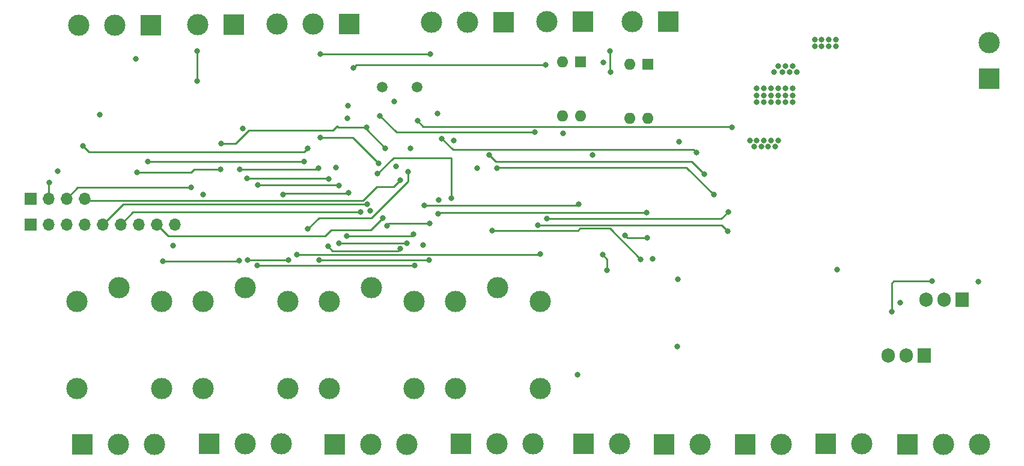
<source format=gbr>
%TF.GenerationSoftware,KiCad,Pcbnew,(6.0.6)*%
%TF.CreationDate,2022-07-22T23:00:37-04:00*%
%TF.ProjectId,Proyecto,50726f79-6563-4746-9f2e-6b696361645f,rev?*%
%TF.SameCoordinates,Original*%
%TF.FileFunction,Copper,L4,Bot*%
%TF.FilePolarity,Positive*%
%FSLAX46Y46*%
G04 Gerber Fmt 4.6, Leading zero omitted, Abs format (unit mm)*
G04 Created by KiCad (PCBNEW (6.0.6)) date 2022-07-22 23:00:37*
%MOMM*%
%LPD*%
G01*
G04 APERTURE LIST*
%TA.AperFunction,ComponentPad*%
%ADD10R,3.000000X3.000000*%
%TD*%
%TA.AperFunction,ComponentPad*%
%ADD11C,3.000000*%
%TD*%
%TA.AperFunction,ComponentPad*%
%ADD12R,1.905000X2.000000*%
%TD*%
%TA.AperFunction,ComponentPad*%
%ADD13O,1.905000X2.000000*%
%TD*%
%TA.AperFunction,ComponentPad*%
%ADD14R,1.700000X1.700000*%
%TD*%
%TA.AperFunction,ComponentPad*%
%ADD15O,1.700000X1.700000*%
%TD*%
%TA.AperFunction,ComponentPad*%
%ADD16C,1.500000*%
%TD*%
%TA.AperFunction,ComponentPad*%
%ADD17R,1.600000X1.600000*%
%TD*%
%TA.AperFunction,ComponentPad*%
%ADD18O,1.600000X1.600000*%
%TD*%
%TA.AperFunction,ViaPad*%
%ADD19C,0.800000*%
%TD*%
%TA.AperFunction,Conductor*%
%ADD20C,0.250000*%
%TD*%
G04 APERTURE END LIST*
D10*
%TO.P,J3,1,Pin_1*%
%TO.N,Net-(J3-Pad1)*%
X201776382Y-110475000D03*
D11*
%TO.P,J3,2,Pin_2*%
%TO.N,Net-(J3-Pad2)*%
X206856382Y-110475000D03*
%TO.P,J3,3,Pin_3*%
%TO.N,GND*%
X211936382Y-110475000D03*
%TD*%
D12*
%TO.P,Q1,1,G*%
%TO.N,Net-(Q1-Pad1)*%
X204156382Y-97950000D03*
D13*
%TO.P,Q1,2,D*%
%TO.N,Net-(J3-Pad1)*%
X201616382Y-97950000D03*
%TO.P,Q1,3,S*%
%TO.N,GND*%
X199076382Y-97950000D03*
%TD*%
D10*
%TO.P,J4,1,Pin_1*%
%TO.N,Net-(J4-Pad1)*%
X138876382Y-110425000D03*
D11*
%TO.P,J4,2,Pin_2*%
%TO.N,Net-(J4-Pad2)*%
X143956382Y-110425000D03*
%TO.P,J4,3,Pin_3*%
%TO.N,Net-(J4-Pad3)*%
X149036382Y-110425000D03*
%TD*%
D14*
%TO.P,J13,1,Pin_1*%
%TO.N,+5V*%
X78206382Y-75825000D03*
D15*
%TO.P,J13,2,Pin_2*%
%TO.N,GND*%
X80746382Y-75825000D03*
%TO.P,J13,3,Pin_3*%
%TO.N,SDA*%
X83286382Y-75825000D03*
%TO.P,J13,4,Pin_4*%
%TO.N,SCL*%
X85826382Y-75825000D03*
%TD*%
D10*
%TO.P,J5,1,Pin_1*%
%TO.N,GND*%
X123081382Y-51250000D03*
D11*
%TO.P,J5,2,Pin_2*%
%TO.N,+5V*%
X118001382Y-51250000D03*
%TO.P,J5,3,Pin_3*%
%TO.N,Net-(J5-Pad3)*%
X112921382Y-51250000D03*
%TD*%
D10*
%TO.P,J15,1,Pin_1*%
%TO.N,Net-(J15-Pad1)*%
X156166382Y-110425000D03*
D11*
%TO.P,J15,2,Pin_2*%
%TO.N,+12V*%
X161246382Y-110425000D03*
%TD*%
D10*
%TO.P,J2,1,Pin_1*%
%TO.N,Net-(J2-Pad1)*%
X85551382Y-110475000D03*
D11*
%TO.P,J2,2,Pin_2*%
%TO.N,Net-(J2-Pad2)*%
X90631382Y-110475000D03*
%TO.P,J2,3,Pin_3*%
%TO.N,Net-(J2-Pad3)*%
X95711382Y-110475000D03*
%TD*%
D10*
%TO.P,J9,1,Pin_1*%
%TO.N,GND*%
X95156382Y-51425000D03*
D11*
%TO.P,J9,2,Pin_2*%
%TO.N,+5V*%
X90076382Y-51425000D03*
%TO.P,J9,3,Pin_3*%
%TO.N,Net-(J9-Pad3)*%
X84996382Y-51425000D03*
%TD*%
D10*
%TO.P,J7,1,Pin_1*%
%TO.N,Net-(J7-Pad1)*%
X103401382Y-110425000D03*
D11*
%TO.P,J7,2,Pin_2*%
%TO.N,Net-(J7-Pad2)*%
X108481382Y-110425000D03*
%TO.P,J7,3,Pin_3*%
%TO.N,Net-(J7-Pad3)*%
X113561382Y-110425000D03*
%TD*%
D12*
%TO.P,Q2,1,G*%
%TO.N,Net-(Q2-Pad1)*%
X209446382Y-90105000D03*
D13*
%TO.P,Q2,2,D*%
%TO.N,Net-(J3-Pad2)*%
X206906382Y-90105000D03*
%TO.P,Q2,3,S*%
%TO.N,GND*%
X204366382Y-90105000D03*
%TD*%
D11*
%TO.P,K2,11*%
%TO.N,Net-(J4-Pad2)*%
X144061382Y-88380000D03*
%TO.P,K2,12*%
%TO.N,Net-(J4-Pad3)*%
X150061382Y-102580000D03*
%TO.P,K2,14*%
%TO.N,Net-(J4-Pad1)*%
X138061382Y-102580000D03*
%TO.P,K2,A1*%
%TO.N,+12V*%
X138061382Y-90380000D03*
%TO.P,K2,A2*%
%TO.N,Net-(K2-PadA2)*%
X150061382Y-90380000D03*
%TD*%
%TO.P,K3,11*%
%TO.N,Net-(J6-Pad2)*%
X126281382Y-88380000D03*
%TO.P,K3,12*%
%TO.N,Net-(J6-Pad3)*%
X132281382Y-102580000D03*
%TO.P,K3,14*%
%TO.N,Net-(J6-Pad1)*%
X120281382Y-102580000D03*
%TO.P,K3,A1*%
%TO.N,+12V*%
X120281382Y-90380000D03*
%TO.P,K3,A2*%
%TO.N,Net-(K3-PadA2)*%
X132281382Y-90380000D03*
%TD*%
D10*
%TO.P,J16,1,Pin_1*%
%TO.N,Net-(J16-Pad1)*%
X168046382Y-50900000D03*
D11*
%TO.P,J16,2,Pin_2*%
%TO.N,+5V*%
X162966382Y-50900000D03*
%TD*%
%TO.P,K4,11*%
%TO.N,Net-(J7-Pad2)*%
X108501382Y-88380000D03*
%TO.P,K4,12*%
%TO.N,Net-(J7-Pad3)*%
X114501382Y-102580000D03*
%TO.P,K4,14*%
%TO.N,Net-(J7-Pad1)*%
X102501382Y-102580000D03*
%TO.P,K4,A1*%
%TO.N,+12V*%
X102501382Y-90380000D03*
%TO.P,K4,A2*%
%TO.N,Net-(K4-PadA2)*%
X114501382Y-90380000D03*
%TD*%
D10*
%TO.P,J17,1,Pin_1*%
%TO.N,Net-(J17-Pad1)*%
X156056382Y-50850000D03*
D11*
%TO.P,J17,2,Pin_2*%
%TO.N,+5V*%
X150976382Y-50850000D03*
%TD*%
D10*
%TO.P,J14,1,Pin_1*%
%TO.N,Net-(J14-Pad1)*%
X167466382Y-110475000D03*
D11*
%TO.P,J14,2,Pin_2*%
%TO.N,+12V*%
X172546382Y-110475000D03*
%TD*%
D10*
%TO.P,J11,1,Pin_1*%
%TO.N,Net-(J11-Pad1)*%
X190291382Y-110425000D03*
D11*
%TO.P,J11,2,Pin_2*%
%TO.N,+12V*%
X195371382Y-110425000D03*
%TD*%
D14*
%TO.P,J1,1,Pin_1*%
%TO.N,+5V*%
X78206382Y-79500000D03*
D15*
%TO.P,J1,2,Pin_2*%
%TO.N,GND*%
X80746382Y-79500000D03*
%TO.P,J1,3,Pin_3*%
%TO.N,SDA*%
X83286382Y-79500000D03*
%TO.P,J1,4,Pin_4*%
%TO.N,SCL*%
X85826382Y-79500000D03*
%TO.P,J1,5,Pin_5*%
%TO.N,RX*%
X88366382Y-79500000D03*
%TO.P,J1,6,Pin_6*%
%TO.N,TX*%
X90906382Y-79500000D03*
%TO.P,J1,7,Pin_7*%
%TO.N,Reset_pin*%
X93446382Y-79500000D03*
%TO.P,J1,8,Pin_8*%
%TO.N,BKGD_PIN*%
X95986382Y-79500000D03*
%TO.P,J1,9,Pin_9*%
%TO.N,GND*%
X98526382Y-79500000D03*
%TD*%
D16*
%TO.P,Y1,1,1*%
%TO.N,Net-(C9-Pad2)*%
X127781382Y-60100000D03*
%TO.P,Y1,2,2*%
%TO.N,Net-(C8-Pad2)*%
X132661382Y-60100000D03*
%TD*%
D11*
%TO.P,K1,11*%
%TO.N,Net-(J2-Pad2)*%
X90721382Y-88380000D03*
%TO.P,K1,12*%
%TO.N,Net-(J2-Pad3)*%
X96721382Y-102580000D03*
%TO.P,K1,14*%
%TO.N,Net-(J2-Pad1)*%
X84721382Y-102580000D03*
%TO.P,K1,A1*%
%TO.N,+12V*%
X84721382Y-90380000D03*
%TO.P,K1,A2*%
%TO.N,Net-(K1-PadA2)*%
X96721382Y-90380000D03*
%TD*%
D17*
%TO.P,U4,1*%
%TO.N,Net-(R5-Pad1)*%
X165231382Y-56925000D03*
D18*
%TO.P,U4,2*%
%TO.N,GND*%
X162691382Y-56925000D03*
%TO.P,U4,3*%
X162691382Y-64545000D03*
%TO.P,U4,4*%
%TO.N,Nivel_bajo*%
X165231382Y-64545000D03*
%TD*%
D10*
%TO.P,J18,1,Pin_1*%
%TO.N,Net-(J18-Pad1)*%
X106856382Y-51350000D03*
D11*
%TO.P,J18,2,Pin_2*%
%TO.N,+5V*%
X101776382Y-51350000D03*
%TD*%
D10*
%TO.P,J8,1,Pin_1*%
%TO.N,+12V*%
X213276382Y-58965000D03*
D11*
%TO.P,J8,2,Pin_2*%
%TO.N,GND*%
X213276382Y-53885000D03*
%TD*%
D10*
%TO.P,J10,1,Pin_1*%
%TO.N,GND*%
X144831382Y-50975000D03*
D11*
%TO.P,J10,2,Pin_2*%
%TO.N,+5V*%
X139751382Y-50975000D03*
%TO.P,J10,3,Pin_3*%
%TO.N,DHt11*%
X134671382Y-50975000D03*
%TD*%
D10*
%TO.P,J6,1,Pin_1*%
%TO.N,Net-(J6-Pad1)*%
X121101382Y-110475000D03*
D11*
%TO.P,J6,2,Pin_2*%
%TO.N,Net-(J6-Pad2)*%
X126181382Y-110475000D03*
%TO.P,J6,3,Pin_3*%
%TO.N,Net-(J6-Pad3)*%
X131261382Y-110475000D03*
%TD*%
D17*
%TO.P,U5,1*%
%TO.N,Net-(R6-Pad1)*%
X155706382Y-56600000D03*
D18*
%TO.P,U5,2*%
%TO.N,GND*%
X153166382Y-56600000D03*
%TO.P,U5,3*%
X153166382Y-64220000D03*
%TO.P,U5,4*%
%TO.N,Nivel_alto*%
X155706382Y-64220000D03*
%TD*%
D10*
%TO.P,J12,1,Pin_1*%
%TO.N,Net-(J12-Pad1)*%
X178941382Y-110475000D03*
D11*
%TO.P,J12,2,Pin_2*%
%TO.N,+12V*%
X184021382Y-110475000D03*
%TD*%
D19*
%TO.N,+12V*%
X191686382Y-54393000D03*
X191831382Y-85825000D03*
X169356382Y-96675000D03*
X191686373Y-53393011D03*
X200756382Y-90475000D03*
X188686373Y-53393011D03*
X190686373Y-53393011D03*
X190686373Y-54393011D03*
X188718373Y-54393011D03*
X189686373Y-54393011D03*
X189686373Y-53393011D03*
%TO.N,GND*%
X155306382Y-100675000D03*
X133506382Y-82425000D03*
X185158382Y-57987000D03*
X181556382Y-67675000D03*
X121281382Y-71475000D03*
X183556382Y-67675000D03*
X181156382Y-68475000D03*
X180156382Y-68475000D03*
X182556382Y-67675000D03*
X135731382Y-75996500D03*
X182156382Y-68475000D03*
X129481382Y-62150000D03*
X122831382Y-64500000D03*
X182958382Y-57987000D03*
X80856382Y-73600000D03*
X131706382Y-68775000D03*
X184558382Y-57187000D03*
X180556382Y-67675000D03*
X183558382Y-57187000D03*
X135581382Y-63800000D03*
X184158382Y-57987000D03*
X211781382Y-87525000D03*
X185558382Y-57187000D03*
X169431382Y-87225000D03*
X93031382Y-56175000D03*
X183156382Y-68475000D03*
X153281382Y-66625000D03*
X102556382Y-75300000D03*
X158906382Y-56675000D03*
X137806382Y-67650000D03*
X98281382Y-82500000D03*
X186158382Y-57987000D03*
X179556382Y-67675000D03*
%TO.N,+5V*%
X184556382Y-62275000D03*
X169631382Y-67825000D03*
X108131382Y-65925000D03*
X181556382Y-60275000D03*
X185556382Y-60275000D03*
X129755330Y-71286010D03*
X126106382Y-77550000D03*
X87981382Y-64050000D03*
X183556382Y-62275000D03*
X185556382Y-62275000D03*
X182556382Y-60275000D03*
X180556382Y-61275000D03*
X183556382Y-60275000D03*
X181556382Y-62275000D03*
X185556382Y-61275000D03*
X180556382Y-60275000D03*
X181556382Y-61275000D03*
X184556382Y-60275000D03*
X182556382Y-61275000D03*
X157431382Y-69725000D03*
X183556382Y-61275000D03*
X180556382Y-62275000D03*
X182556382Y-62275000D03*
X184556382Y-61275000D03*
X141146382Y-71510000D03*
X82081382Y-72000000D03*
X122956382Y-62750000D03*
%TO.N,PH*%
X85631382Y-68450000D03*
X117256382Y-68778500D03*
%TO.N,ldr*%
X116731382Y-70600000D03*
X94731382Y-70600000D03*
%TO.N,Nivel_bajo*%
X135631382Y-77975000D03*
X165031382Y-77825000D03*
%TO.N,Nivel_alto*%
X133706382Y-76775000D03*
X155481382Y-76625000D03*
%TO.N,Digital*%
X159456382Y-85950000D03*
X158831382Y-83750000D03*
X161994365Y-81062017D03*
X165081382Y-81350000D03*
%TO.N,Digital_1*%
X127131382Y-72325000D03*
X143281382Y-80375000D03*
X165881382Y-84350000D03*
X164206382Y-84375000D03*
X137506382Y-75800000D03*
%TO.N,TX*%
X124731382Y-77768000D03*
%TO.N,RX*%
X125681146Y-76586132D03*
%TO.N,SDA*%
X100881382Y-74250000D03*
X117306382Y-80125000D03*
X131406382Y-72075000D03*
%TO.N,SCL*%
X130281382Y-73275000D03*
%TO.N,BKGD_PIN*%
X127856382Y-78546500D03*
%TO.N,Rele1*%
X122756382Y-81100000D03*
X123056382Y-75050000D03*
X132206382Y-80875000D03*
X113756382Y-75300500D03*
%TO.N,Rele2*%
X121656382Y-73975000D03*
X131281382Y-82150000D03*
X110231382Y-73950000D03*
X121631382Y-82150000D03*
%TO.N,Rele3*%
X108731382Y-73000000D03*
X120206382Y-73100000D03*
X120131382Y-82575000D03*
X130281382Y-82928500D03*
%TO.N,Rele4*%
X134431382Y-79350000D03*
X118781382Y-71575000D03*
X128431382Y-79650000D03*
X134356382Y-84478500D03*
X107731382Y-71675000D03*
X118856382Y-84500000D03*
%TO.N,Aux2*%
X172056382Y-69350000D03*
X136169365Y-67378500D03*
%TO.N,Aux1*%
X173181382Y-72425000D03*
X142806382Y-69724500D03*
%TO.N,Bomba2*%
X143931382Y-71525000D03*
X174491382Y-75290000D03*
%TO.N,Bomba1*%
X177056382Y-65825000D03*
X132731382Y-64900000D03*
%TO.N,Reset_pin*%
X93206382Y-72125000D03*
X105081382Y-68050000D03*
X128231382Y-68775000D03*
X125527882Y-65750000D03*
X104981382Y-71675000D03*
%TO.N,luz a*%
X176531382Y-77725000D03*
X150806382Y-57000000D03*
X123706382Y-57400000D03*
X150981382Y-78700000D03*
%TO.N,luz b*%
X127456382Y-64200000D03*
X149256382Y-66502500D03*
X176480882Y-80424517D03*
X149656382Y-79550000D03*
%TO.N,DHt11*%
X127256382Y-70875000D03*
X134531382Y-55500000D03*
X119006382Y-67200000D03*
X119081382Y-55500000D03*
X127256382Y-70875000D03*
%TO.N,Net-(J17-Pad1)*%
X159931382Y-57975000D03*
X159881382Y-55025000D03*
%TO.N,Net-(J18-Pad1)*%
X101656382Y-59300000D03*
X101656382Y-55000000D03*
%TO.N,Net-(K1-PadA2)*%
X96881382Y-84650000D03*
X107581382Y-84575000D03*
%TO.N,Net-(K2-PadA2)*%
X115781382Y-83700000D03*
X150061382Y-83695000D03*
%TO.N,Net-(K3-PadA2)*%
X132381382Y-85300000D03*
X110131382Y-85249500D03*
%TO.N,Net-(K4-PadA2)*%
X114531382Y-84500000D03*
X108831382Y-84525000D03*
%TO.N,Net-(U2-Pad5)*%
X199556382Y-91775000D03*
X205231382Y-87450000D03*
%TD*%
D20*
%TO.N,GND*%
X80746382Y-75825000D02*
X80746382Y-73710000D01*
X80746382Y-73710000D02*
X80856382Y-73600000D01*
%TO.N,PH*%
X86481382Y-69300000D02*
X85631382Y-68450000D01*
X117256382Y-68778500D02*
X116734882Y-69300000D01*
X116734882Y-69300000D02*
X86481382Y-69300000D01*
%TO.N,ldr*%
X94731382Y-70600000D02*
X116731382Y-70600000D01*
%TO.N,Nivel_bajo*%
X135631382Y-77975000D02*
X135781382Y-77825000D01*
X135781382Y-77825000D02*
X165031382Y-77825000D01*
%TO.N,Nivel_alto*%
X133706382Y-76775000D02*
X155331382Y-76775000D01*
X155331382Y-76775000D02*
X155481382Y-76625000D01*
%TO.N,Digital*%
X159456382Y-84375000D02*
X158831382Y-83750000D01*
X159456382Y-85950000D02*
X159456382Y-84375000D01*
X165081382Y-81350000D02*
X162282348Y-81350000D01*
X162282348Y-81350000D02*
X161994365Y-81062017D01*
%TO.N,Digital_1*%
X129356382Y-70100000D02*
X127131382Y-72325000D01*
X155331382Y-80329000D02*
X143327382Y-80329000D01*
X159885382Y-80054000D02*
X155606382Y-80054000D01*
X137506382Y-70100000D02*
X129356382Y-70100000D01*
X155606382Y-80054000D02*
X155331382Y-80329000D01*
X164206382Y-84375000D02*
X159885382Y-80054000D01*
X143327382Y-80329000D02*
X143281382Y-80375000D01*
X137506382Y-75800000D02*
X137506382Y-70100000D01*
%TO.N,TX*%
X92638382Y-77768000D02*
X124731382Y-77768000D01*
X90906382Y-79500000D02*
X92638382Y-77768000D01*
%TO.N,RX*%
X91280250Y-76586132D02*
X125681146Y-76586132D01*
X88366382Y-79500000D02*
X91280250Y-76586132D01*
%TO.N,SDA*%
X118884382Y-78547000D02*
X126234382Y-78547000D01*
X84861382Y-74250000D02*
X100881382Y-74250000D01*
X131406382Y-73375000D02*
X131406382Y-72075000D01*
X126234382Y-78547000D02*
X131406382Y-73375000D01*
X117306382Y-80125000D02*
X118884382Y-78547000D01*
X83286382Y-75825000D02*
X84861382Y-74250000D01*
%TO.N,SCL*%
X125086605Y-76079000D02*
X127015605Y-74150000D01*
X127015605Y-74150000D02*
X129406382Y-74150000D01*
X85826382Y-75825000D02*
X86080382Y-76079000D01*
X129406382Y-74150000D02*
X130281382Y-73275000D01*
X86080382Y-76079000D02*
X125086605Y-76079000D01*
%TO.N,BKGD_PIN*%
X95986382Y-79500000D02*
X97630139Y-81143757D01*
X119705625Y-81143757D02*
X120599382Y-80250000D01*
X126152882Y-80250000D02*
X127856382Y-78546500D01*
X97630139Y-81143757D02*
X119705625Y-81143757D01*
X120599382Y-80250000D02*
X126152882Y-80250000D01*
%TO.N,Rele1*%
X123031382Y-75075000D02*
X123056382Y-75050000D01*
X113756382Y-75300500D02*
X113981882Y-75075000D01*
X131981382Y-81100000D02*
X132206382Y-80875000D01*
X113981882Y-75075000D02*
X123031382Y-75075000D01*
X122756382Y-81100000D02*
X131981382Y-81100000D01*
%TO.N,Rele2*%
X121631382Y-73950000D02*
X121656382Y-73975000D01*
X121631382Y-82150000D02*
X131281382Y-82150000D01*
X110231382Y-73950000D02*
X121631382Y-73950000D01*
%TO.N,Rele3*%
X130281382Y-82928500D02*
X129984882Y-83225000D01*
X120106382Y-73000000D02*
X120206382Y-73100000D01*
X120781382Y-83225000D02*
X120131382Y-82575000D01*
X108731382Y-73000000D02*
X120106382Y-73000000D01*
X129984882Y-83225000D02*
X120781382Y-83225000D01*
%TO.N,Rele4*%
X107731382Y-71675000D02*
X118681382Y-71675000D01*
X123682016Y-84474366D02*
X134352248Y-84474366D01*
X118681382Y-71675000D02*
X118781382Y-71575000D01*
X118984713Y-84474366D02*
X123682016Y-84474366D01*
X128731382Y-79350000D02*
X128431382Y-79650000D01*
X134431382Y-79350000D02*
X128731382Y-79350000D01*
X134352248Y-84474366D02*
X134356382Y-84478500D01*
%TO.N,Aux2*%
X171652382Y-68946000D02*
X172056382Y-69350000D01*
X136169365Y-67378500D02*
X137736865Y-68946000D01*
X137736865Y-68946000D02*
X171652382Y-68946000D01*
%TO.N,Aux1*%
X171406382Y-70650000D02*
X143731882Y-70650000D01*
X143731882Y-70650000D02*
X142806382Y-69724500D01*
X173181382Y-72425000D02*
X171406382Y-70650000D01*
%TO.N,Bomba2*%
X144006382Y-71450000D02*
X170651382Y-71450000D01*
X170651382Y-71450000D02*
X174491382Y-75290000D01*
X143931382Y-71525000D02*
X144006382Y-71450000D01*
%TO.N,Bomba1*%
X176955382Y-65724000D02*
X177056382Y-65825000D01*
X133555382Y-65724000D02*
X176955382Y-65724000D01*
X132731382Y-64900000D02*
X133555382Y-65724000D01*
%TO.N,Reset_pin*%
X121581382Y-65750000D02*
X125527882Y-65750000D01*
X108933055Y-66225000D02*
X120856382Y-66225000D01*
X120856382Y-66225000D02*
X121456382Y-65625000D01*
X125527882Y-66071500D02*
X128231382Y-68775000D01*
X101271382Y-71675000D02*
X104981382Y-71675000D01*
X105081382Y-68050000D02*
X107108055Y-68050000D01*
X121456382Y-65625000D02*
X121581382Y-65750000D01*
X93206382Y-72125000D02*
X100821382Y-72125000D01*
X100821382Y-72125000D02*
X101271382Y-71675000D01*
X107108055Y-68050000D02*
X108933055Y-66225000D01*
X125527882Y-65750000D02*
X125527882Y-66071500D01*
%TO.N,luz a*%
X124106382Y-57000000D02*
X123706382Y-57400000D01*
X176531382Y-77725000D02*
X175556382Y-78700000D01*
X150806382Y-57000000D02*
X124106382Y-57000000D01*
X175556382Y-78700000D02*
X150981382Y-78700000D01*
%TO.N,luz b*%
X175606365Y-79550000D02*
X149656382Y-79550000D01*
X149256382Y-66502500D02*
X129758882Y-66502500D01*
X129758882Y-66502500D02*
X127456382Y-64200000D01*
X176480882Y-80424517D02*
X175606365Y-79550000D01*
%TO.N,DHt11*%
X124748882Y-68367500D02*
X123581382Y-67200000D01*
X124748882Y-68367500D02*
X127256382Y-70875000D01*
X123581382Y-67200000D02*
X119006382Y-67200000D01*
X119081382Y-55500000D02*
X134531382Y-55500000D01*
%TO.N,Net-(J17-Pad1)*%
X159881382Y-57925000D02*
X159931382Y-57975000D01*
X159881382Y-55025000D02*
X159881382Y-57925000D01*
%TO.N,Net-(J18-Pad1)*%
X101656382Y-59300000D02*
X101656382Y-55000000D01*
%TO.N,Net-(K1-PadA2)*%
X107581382Y-84575000D02*
X107506382Y-84650000D01*
X107506382Y-84650000D02*
X96881382Y-84650000D01*
%TO.N,Net-(K2-PadA2)*%
X150056382Y-83700000D02*
X150061382Y-83695000D01*
X115781382Y-83700000D02*
X150056382Y-83700000D01*
%TO.N,Net-(K3-PadA2)*%
X110131382Y-85249500D02*
X132330882Y-85249500D01*
X132330882Y-85249500D02*
X132381382Y-85300000D01*
%TO.N,Net-(K4-PadA2)*%
X114506382Y-84525000D02*
X114531382Y-84500000D01*
X108831382Y-84525000D02*
X114506382Y-84525000D01*
%TO.N,Net-(Q1-Pad1)*%
X204406382Y-97700000D02*
X204156382Y-97950000D01*
%TO.N,Net-(U2-Pad5)*%
X199556382Y-87775000D02*
X199556382Y-91775000D01*
X199881382Y-87450000D02*
X199856382Y-87475000D01*
X199856382Y-87475000D02*
X199556382Y-87775000D01*
X205231382Y-87450000D02*
X199881382Y-87450000D01*
%TD*%
M02*

</source>
